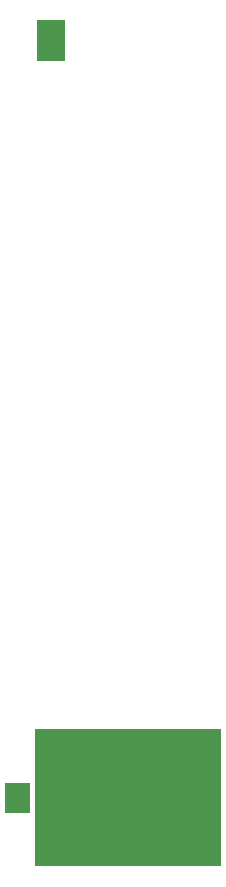
<source format=gbr>
G04*
G04 #@! TF.GenerationSoftware,Altium Limited,Altium Designer,22.4.2 (48)*
G04*
G04 Layer_Color=32896*
%FSLAX25Y25*%
%MOIN*%
G70*
G04*
G04 #@! TF.SameCoordinates,F1429C7B-AB02-4E32-93F6-432C4BA2DB55*
G04*
G04*
G04 #@! TF.FilePolarity,Positive*
G04*
G01*
G75*
G36*
X136134Y83618D02*
Y73382D01*
X127866D01*
Y83618D01*
X136134D01*
D01*
D02*
G37*
G36*
X199803Y101575D02*
X137598D01*
Y55905D01*
X199803D01*
Y101575D01*
D01*
D02*
G37*
G36*
X147724Y337693D02*
Y324307D01*
X138276D01*
Y337693D01*
X147724D01*
D01*
D02*
G37*
M02*

</source>
